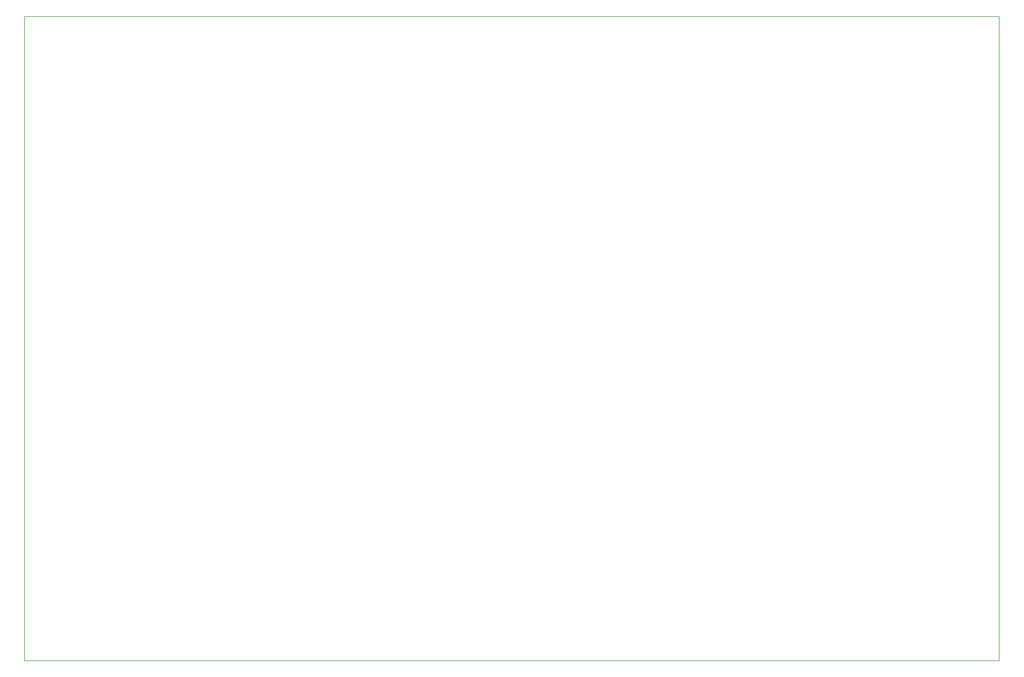
<source format=gbr>
G04 #@! TF.GenerationSoftware,KiCad,Pcbnew,5.1.2-f72e74a~84~ubuntu18.04.1*
G04 #@! TF.CreationDate,2019-07-21T21:18:25+01:00*
G04 #@! TF.ProjectId,cisc-8,63697363-2d38-42e6-9b69-6361645f7063,rev?*
G04 #@! TF.SameCoordinates,Original*
G04 #@! TF.FileFunction,Profile,NP*
%FSLAX46Y46*%
G04 Gerber Fmt 4.6, Leading zero omitted, Abs format (unit mm)*
G04 Created by KiCad (PCBNEW 5.1.2-f72e74a~84~ubuntu18.04.1) date 2019-07-21 21:18:25*
%MOMM*%
%LPD*%
G04 APERTURE LIST*
%ADD10C,0.150000*%
G04 APERTURE END LIST*
D10*
X340360000Y-27940000D02*
X40640000Y-27940000D01*
X40640000Y-226060000D02*
X340360000Y-226060000D01*
X40640000Y-30480000D02*
X40640000Y-27940000D01*
X40640000Y-226060000D02*
X40640000Y-30480000D01*
X340360000Y-27940000D02*
X340360000Y-226060000D01*
M02*

</source>
